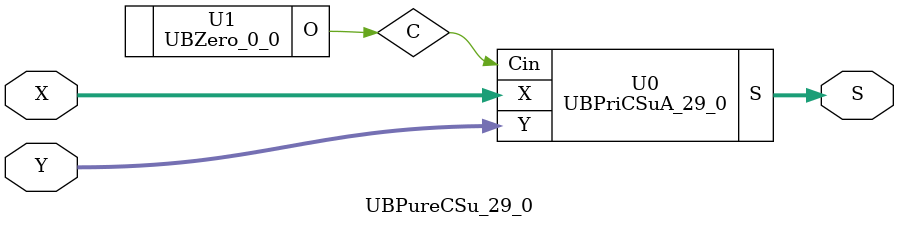
<source format=v>
/*----------------------------------------------------------------------------
  Copyright (c) 2021 Homma laboratory. All rights reserved.

  Top module: UBCSu_29_0_29_0

  Operand-1 length: 30
  Operand-2 length: 30
  Two-operand addition algorithm: Conditional sum adder
----------------------------------------------------------------------------*/

module UBFA_0(C, S, X, Y, Z);
  output C;
  output S;
  input X;
  input Y;
  input Z;
  assign C = ( X & Y ) | ( Y & Z ) | ( Z & X );
  assign S = X ^ Y ^ Z;
endmodule

module UBHCSuB_0_0(C, S, X, Y, Ci);
  output C;
  output S;
  input Ci;
  input X;
  input Y;
  UBFA_0 U0 (C, S, X, Y, Ci);
endmodule

module UBZero_1_1(O);
  output [1:1] O;
  assign O[1] = 0;
endmodule

module UBOne_1(O);
  output O;
  assign O = 1;
endmodule

module UBFA_1(C, S, X, Y, Z);
  output C;
  output S;
  input X;
  input Y;
  input Z;
  assign C = ( X & Y ) | ( Y & Z ) | ( Z & X );
  assign S = X ^ Y ^ Z;
endmodule

module UBCSuB_1_1(C_0, C_1, S_0, S_1, X, Y);
  output C_0;
  output C_1;
  output S_0;
  output S_1;
  input X;
  input Y;
  wire Ci_0;
  wire Ci_1;
  wire Co_0;
  wire Co_1;
  assign C_0 = ( Co_0 & ( ~ Ci_0 ) ) | ( Co_1 & Ci_0 );
  assign C_1 = ( Co_0 & ( ~ Ci_1 ) ) | ( Co_1 & Ci_1 );
  UBZero_1_1 U0 (Ci_0);
  UBOne_1 U1 (Ci_1);
  UBFA_1 U2 (Co_0, S_0, X, Y, Ci_0);
  UBFA_1 U3 (Co_1, S_1, X, Y, Ci_1);
endmodule

module UBHCSuB_1_0(C, S, X, Y, Ci);
  output C;
  output [1:0] S;
  input Ci;
  input [1:0] X;
  input [1:0] Y;
  wire C_0;
  wire C_1;
  wire Co;
  wire S_0;
  wire S_1;
  assign S[1] = ( S_0 & ( ~ Co ) ) | ( S_1 & Co );
  assign C = ( C_0 & ( ~ Co ) ) | ( C_1 & Co );
  UBHCSuB_0_0 U0 (Co, S[0], X[0], Y[0], Ci);
  UBCSuB_1_1 U1 (C_0, C_1, S_0, S_1, X[1], Y[1]);
endmodule

module UBZero_2_2(O);
  output [2:2] O;
  assign O[2] = 0;
endmodule

module UBOne_2(O);
  output O;
  assign O = 1;
endmodule

module UBFA_2(C, S, X, Y, Z);
  output C;
  output S;
  input X;
  input Y;
  input Z;
  assign C = ( X & Y ) | ( Y & Z ) | ( Z & X );
  assign S = X ^ Y ^ Z;
endmodule

module UBCSuB_2_2(C_0, C_1, S_0, S_1, X, Y);
  output C_0;
  output C_1;
  output S_0;
  output S_1;
  input X;
  input Y;
  wire Ci_0;
  wire Ci_1;
  wire Co_0;
  wire Co_1;
  assign C_0 = ( Co_0 & ( ~ Ci_0 ) ) | ( Co_1 & Ci_0 );
  assign C_1 = ( Co_0 & ( ~ Ci_1 ) ) | ( Co_1 & Ci_1 );
  UBZero_2_2 U0 (Ci_0);
  UBOne_2 U1 (Ci_1);
  UBFA_2 U2 (Co_0, S_0, X, Y, Ci_0);
  UBFA_2 U3 (Co_1, S_1, X, Y, Ci_1);
endmodule

module UBZero_3_3(O);
  output [3:3] O;
  assign O[3] = 0;
endmodule

module UBOne_3(O);
  output O;
  assign O = 1;
endmodule

module UBFA_3(C, S, X, Y, Z);
  output C;
  output S;
  input X;
  input Y;
  input Z;
  assign C = ( X & Y ) | ( Y & Z ) | ( Z & X );
  assign S = X ^ Y ^ Z;
endmodule

module UBCSuB_3_3(C_0, C_1, S_0, S_1, X, Y);
  output C_0;
  output C_1;
  output S_0;
  output S_1;
  input X;
  input Y;
  wire Ci_0;
  wire Ci_1;
  wire Co_0;
  wire Co_1;
  assign C_0 = ( Co_0 & ( ~ Ci_0 ) ) | ( Co_1 & Ci_0 );
  assign C_1 = ( Co_0 & ( ~ Ci_1 ) ) | ( Co_1 & Ci_1 );
  UBZero_3_3 U0 (Ci_0);
  UBOne_3 U1 (Ci_1);
  UBFA_3 U2 (Co_0, S_0, X, Y, Ci_0);
  UBFA_3 U3 (Co_1, S_1, X, Y, Ci_1);
endmodule

module UBCSuB_3_2(C_0, C_1, S_0, S_1, X, Y);
  output C_0;
  output C_1;
  output [3:2] S_0;
  output [3:2] S_1;
  input [3:2] X;
  input [3:2] Y;
  wire Ci_0;
  wire Ci_1;
  wire Co_0;
  wire Co_1;
  wire So_0;
  wire So_1;
  assign S_0[3] = ( So_0 & ( ~ Ci_0 ) ) | ( So_1 & Ci_0 );
  assign C_0 = ( Co_0 & ( ~ Ci_0 ) ) | ( Co_1 & Ci_0 );
  assign S_1[3] = ( So_0 & ( ~ Ci_1 ) ) | ( So_1 & Ci_1 );
  assign C_1 = ( Co_0 & ( ~ Ci_1 ) ) | ( Co_1 & Ci_1 );
  UBCSuB_2_2 U0 (Ci_0, Ci_1, S_0[2], S_1[2], X[2], Y[2]);
  UBCSuB_3_3 U1 (Co_0, Co_1, So_0, So_1, X[3], Y[3]);
endmodule

module UBHCSuB_3_0(C, S, X, Y, Ci);
  output C;
  output [3:0] S;
  input Ci;
  input [3:0] X;
  input [3:0] Y;
  wire C_0;
  wire C_1;
  wire Co;
  wire [3:2] S_0;
  wire [3:2] S_1;
  assign S[2] = ( S_0[2] & ( ~ Co ) ) | ( S_1[2] & Co );
  assign S[3] = ( S_0[3] & ( ~ Co ) ) | ( S_1[3] & Co );
  assign C = ( C_0 & ( ~ Co ) ) | ( C_1 & Co );
  UBHCSuB_1_0 U0 (Co, S[1:0], X[1:0], Y[1:0], Ci);
  UBCSuB_3_2 U1 (C_0, C_1, S_0, S_1, X[3:2], Y[3:2]);
endmodule

module UBZero_4_4(O);
  output [4:4] O;
  assign O[4] = 0;
endmodule

module UBOne_4(O);
  output O;
  assign O = 1;
endmodule

module UBFA_4(C, S, X, Y, Z);
  output C;
  output S;
  input X;
  input Y;
  input Z;
  assign C = ( X & Y ) | ( Y & Z ) | ( Z & X );
  assign S = X ^ Y ^ Z;
endmodule

module UBCSuB_4_4(C_0, C_1, S_0, S_1, X, Y);
  output C_0;
  output C_1;
  output S_0;
  output S_1;
  input X;
  input Y;
  wire Ci_0;
  wire Ci_1;
  wire Co_0;
  wire Co_1;
  assign C_0 = ( Co_0 & ( ~ Ci_0 ) ) | ( Co_1 & Ci_0 );
  assign C_1 = ( Co_0 & ( ~ Ci_1 ) ) | ( Co_1 & Ci_1 );
  UBZero_4_4 U0 (Ci_0);
  UBOne_4 U1 (Ci_1);
  UBFA_4 U2 (Co_0, S_0, X, Y, Ci_0);
  UBFA_4 U3 (Co_1, S_1, X, Y, Ci_1);
endmodule

module UBZero_5_5(O);
  output [5:5] O;
  assign O[5] = 0;
endmodule

module UBOne_5(O);
  output O;
  assign O = 1;
endmodule

module UBFA_5(C, S, X, Y, Z);
  output C;
  output S;
  input X;
  input Y;
  input Z;
  assign C = ( X & Y ) | ( Y & Z ) | ( Z & X );
  assign S = X ^ Y ^ Z;
endmodule

module UBCSuB_5_5(C_0, C_1, S_0, S_1, X, Y);
  output C_0;
  output C_1;
  output S_0;
  output S_1;
  input X;
  input Y;
  wire Ci_0;
  wire Ci_1;
  wire Co_0;
  wire Co_1;
  assign C_0 = ( Co_0 & ( ~ Ci_0 ) ) | ( Co_1 & Ci_0 );
  assign C_1 = ( Co_0 & ( ~ Ci_1 ) ) | ( Co_1 & Ci_1 );
  UBZero_5_5 U0 (Ci_0);
  UBOne_5 U1 (Ci_1);
  UBFA_5 U2 (Co_0, S_0, X, Y, Ci_0);
  UBFA_5 U3 (Co_1, S_1, X, Y, Ci_1);
endmodule

module UBCSuB_5_4(C_0, C_1, S_0, S_1, X, Y);
  output C_0;
  output C_1;
  output [5:4] S_0;
  output [5:4] S_1;
  input [5:4] X;
  input [5:4] Y;
  wire Ci_0;
  wire Ci_1;
  wire Co_0;
  wire Co_1;
  wire So_0;
  wire So_1;
  assign S_0[5] = ( So_0 & ( ~ Ci_0 ) ) | ( So_1 & Ci_0 );
  assign C_0 = ( Co_0 & ( ~ Ci_0 ) ) | ( Co_1 & Ci_0 );
  assign S_1[5] = ( So_0 & ( ~ Ci_1 ) ) | ( So_1 & Ci_1 );
  assign C_1 = ( Co_0 & ( ~ Ci_1 ) ) | ( Co_1 & Ci_1 );
  UBCSuB_4_4 U0 (Ci_0, Ci_1, S_0[4], S_1[4], X[4], Y[4]);
  UBCSuB_5_5 U1 (Co_0, Co_1, So_0, So_1, X[5], Y[5]);
endmodule

module UBZero_6_6(O);
  output [6:6] O;
  assign O[6] = 0;
endmodule

module UBOne_6(O);
  output O;
  assign O = 1;
endmodule

module UBFA_6(C, S, X, Y, Z);
  output C;
  output S;
  input X;
  input Y;
  input Z;
  assign C = ( X & Y ) | ( Y & Z ) | ( Z & X );
  assign S = X ^ Y ^ Z;
endmodule

module UBCSuB_6_6(C_0, C_1, S_0, S_1, X, Y);
  output C_0;
  output C_1;
  output S_0;
  output S_1;
  input X;
  input Y;
  wire Ci_0;
  wire Ci_1;
  wire Co_0;
  wire Co_1;
  assign C_0 = ( Co_0 & ( ~ Ci_0 ) ) | ( Co_1 & Ci_0 );
  assign C_1 = ( Co_0 & ( ~ Ci_1 ) ) | ( Co_1 & Ci_1 );
  UBZero_6_6 U0 (Ci_0);
  UBOne_6 U1 (Ci_1);
  UBFA_6 U2 (Co_0, S_0, X, Y, Ci_0);
  UBFA_6 U3 (Co_1, S_1, X, Y, Ci_1);
endmodule

module UBZero_7_7(O);
  output [7:7] O;
  assign O[7] = 0;
endmodule

module UBOne_7(O);
  output O;
  assign O = 1;
endmodule

module UBFA_7(C, S, X, Y, Z);
  output C;
  output S;
  input X;
  input Y;
  input Z;
  assign C = ( X & Y ) | ( Y & Z ) | ( Z & X );
  assign S = X ^ Y ^ Z;
endmodule

module UBCSuB_7_7(C_0, C_1, S_0, S_1, X, Y);
  output C_0;
  output C_1;
  output S_0;
  output S_1;
  input X;
  input Y;
  wire Ci_0;
  wire Ci_1;
  wire Co_0;
  wire Co_1;
  assign C_0 = ( Co_0 & ( ~ Ci_0 ) ) | ( Co_1 & Ci_0 );
  assign C_1 = ( Co_0 & ( ~ Ci_1 ) ) | ( Co_1 & Ci_1 );
  UBZero_7_7 U0 (Ci_0);
  UBOne_7 U1 (Ci_1);
  UBFA_7 U2 (Co_0, S_0, X, Y, Ci_0);
  UBFA_7 U3 (Co_1, S_1, X, Y, Ci_1);
endmodule

module UBCSuB_7_6(C_0, C_1, S_0, S_1, X, Y);
  output C_0;
  output C_1;
  output [7:6] S_0;
  output [7:6] S_1;
  input [7:6] X;
  input [7:6] Y;
  wire Ci_0;
  wire Ci_1;
  wire Co_0;
  wire Co_1;
  wire So_0;
  wire So_1;
  assign S_0[7] = ( So_0 & ( ~ Ci_0 ) ) | ( So_1 & Ci_0 );
  assign C_0 = ( Co_0 & ( ~ Ci_0 ) ) | ( Co_1 & Ci_0 );
  assign S_1[7] = ( So_0 & ( ~ Ci_1 ) ) | ( So_1 & Ci_1 );
  assign C_1 = ( Co_0 & ( ~ Ci_1 ) ) | ( Co_1 & Ci_1 );
  UBCSuB_6_6 U0 (Ci_0, Ci_1, S_0[6], S_1[6], X[6], Y[6]);
  UBCSuB_7_7 U1 (Co_0, Co_1, So_0, So_1, X[7], Y[7]);
endmodule

module UBCSuB_7_4(C_0, C_1, S_0, S_1, X, Y);
  output C_0;
  output C_1;
  output [7:4] S_0;
  output [7:4] S_1;
  input [7:4] X;
  input [7:4] Y;
  wire Ci_0;
  wire Ci_1;
  wire Co_0;
  wire Co_1;
  wire [7:6] So_0;
  wire [7:6] So_1;
  assign S_0[6] = ( So_0[6] & ( ~ Ci_0 ) ) | ( So_1[6] & Ci_0 );
  assign S_0[7] = ( So_0[7] & ( ~ Ci_0 ) ) | ( So_1[7] & Ci_0 );
  assign C_0 = ( Co_0 & ( ~ Ci_0 ) ) | ( Co_1 & Ci_0 );
  assign S_1[6] = ( So_0[6] & ( ~ Ci_1 ) ) | ( So_1[6] & Ci_1 );
  assign S_1[7] = ( So_0[7] & ( ~ Ci_1 ) ) | ( So_1[7] & Ci_1 );
  assign C_1 = ( Co_0 & ( ~ Ci_1 ) ) | ( Co_1 & Ci_1 );
  UBCSuB_5_4 U0 (Ci_0, Ci_1, S_0[5:4], S_1[5:4], X[5:4], Y[5:4]);
  UBCSuB_7_6 U1 (Co_0, Co_1, So_0, So_1, X[7:6], Y[7:6]);
endmodule

module UBHCSuB_7_0(C, S, X, Y, Ci);
  output C;
  output [7:0] S;
  input Ci;
  input [7:0] X;
  input [7:0] Y;
  wire C_0;
  wire C_1;
  wire Co;
  wire [7:4] S_0;
  wire [7:4] S_1;
  assign S[4] = ( S_0[4] & ( ~ Co ) ) | ( S_1[4] & Co );
  assign S[5] = ( S_0[5] & ( ~ Co ) ) | ( S_1[5] & Co );
  assign S[6] = ( S_0[6] & ( ~ Co ) ) | ( S_1[6] & Co );
  assign S[7] = ( S_0[7] & ( ~ Co ) ) | ( S_1[7] & Co );
  assign C = ( C_0 & ( ~ Co ) ) | ( C_1 & Co );
  UBHCSuB_3_0 U0 (Co, S[3:0], X[3:0], Y[3:0], Ci);
  UBCSuB_7_4 U1 (C_0, C_1, S_0, S_1, X[7:4], Y[7:4]);
endmodule

module UBZero_8_8(O);
  output [8:8] O;
  assign O[8] = 0;
endmodule

module UBOne_8(O);
  output O;
  assign O = 1;
endmodule

module UBFA_8(C, S, X, Y, Z);
  output C;
  output S;
  input X;
  input Y;
  input Z;
  assign C = ( X & Y ) | ( Y & Z ) | ( Z & X );
  assign S = X ^ Y ^ Z;
endmodule

module UBCSuB_8_8(C_0, C_1, S_0, S_1, X, Y);
  output C_0;
  output C_1;
  output S_0;
  output S_1;
  input X;
  input Y;
  wire Ci_0;
  wire Ci_1;
  wire Co_0;
  wire Co_1;
  assign C_0 = ( Co_0 & ( ~ Ci_0 ) ) | ( Co_1 & Ci_0 );
  assign C_1 = ( Co_0 & ( ~ Ci_1 ) ) | ( Co_1 & Ci_1 );
  UBZero_8_8 U0 (Ci_0);
  UBOne_8 U1 (Ci_1);
  UBFA_8 U2 (Co_0, S_0, X, Y, Ci_0);
  UBFA_8 U3 (Co_1, S_1, X, Y, Ci_1);
endmodule

module UBZero_9_9(O);
  output [9:9] O;
  assign O[9] = 0;
endmodule

module UBOne_9(O);
  output O;
  assign O = 1;
endmodule

module UBFA_9(C, S, X, Y, Z);
  output C;
  output S;
  input X;
  input Y;
  input Z;
  assign C = ( X & Y ) | ( Y & Z ) | ( Z & X );
  assign S = X ^ Y ^ Z;
endmodule

module UBCSuB_9_9(C_0, C_1, S_0, S_1, X, Y);
  output C_0;
  output C_1;
  output S_0;
  output S_1;
  input X;
  input Y;
  wire Ci_0;
  wire Ci_1;
  wire Co_0;
  wire Co_1;
  assign C_0 = ( Co_0 & ( ~ Ci_0 ) ) | ( Co_1 & Ci_0 );
  assign C_1 = ( Co_0 & ( ~ Ci_1 ) ) | ( Co_1 & Ci_1 );
  UBZero_9_9 U0 (Ci_0);
  UBOne_9 U1 (Ci_1);
  UBFA_9 U2 (Co_0, S_0, X, Y, Ci_0);
  UBFA_9 U3 (Co_1, S_1, X, Y, Ci_1);
endmodule

module UBCSuB_9_8(C_0, C_1, S_0, S_1, X, Y);
  output C_0;
  output C_1;
  output [9:8] S_0;
  output [9:8] S_1;
  input [9:8] X;
  input [9:8] Y;
  wire Ci_0;
  wire Ci_1;
  wire Co_0;
  wire Co_1;
  wire So_0;
  wire So_1;
  assign S_0[9] = ( So_0 & ( ~ Ci_0 ) ) | ( So_1 & Ci_0 );
  assign C_0 = ( Co_0 & ( ~ Ci_0 ) ) | ( Co_1 & Ci_0 );
  assign S_1[9] = ( So_0 & ( ~ Ci_1 ) ) | ( So_1 & Ci_1 );
  assign C_1 = ( Co_0 & ( ~ Ci_1 ) ) | ( Co_1 & Ci_1 );
  UBCSuB_8_8 U0 (Ci_0, Ci_1, S_0[8], S_1[8], X[8], Y[8]);
  UBCSuB_9_9 U1 (Co_0, Co_1, So_0, So_1, X[9], Y[9]);
endmodule

module UBZero_10_10(O);
  output [10:10] O;
  assign O[10] = 0;
endmodule

module UBOne_10(O);
  output O;
  assign O = 1;
endmodule

module UBFA_10(C, S, X, Y, Z);
  output C;
  output S;
  input X;
  input Y;
  input Z;
  assign C = ( X & Y ) | ( Y & Z ) | ( Z & X );
  assign S = X ^ Y ^ Z;
endmodule

module UBCSuB_10_10(C_0, C_1, S_0, S_1, X, Y);
  output C_0;
  output C_1;
  output S_0;
  output S_1;
  input X;
  input Y;
  wire Ci_0;
  wire Ci_1;
  wire Co_0;
  wire Co_1;
  assign C_0 = ( Co_0 & ( ~ Ci_0 ) ) | ( Co_1 & Ci_0 );
  assign C_1 = ( Co_0 & ( ~ Ci_1 ) ) | ( Co_1 & Ci_1 );
  UBZero_10_10 U0 (Ci_0);
  UBOne_10 U1 (Ci_1);
  UBFA_10 U2 (Co_0, S_0, X, Y, Ci_0);
  UBFA_10 U3 (Co_1, S_1, X, Y, Ci_1);
endmodule

module UBZero_11_11(O);
  output [11:11] O;
  assign O[11] = 0;
endmodule

module UBOne_11(O);
  output O;
  assign O = 1;
endmodule

module UBFA_11(C, S, X, Y, Z);
  output C;
  output S;
  input X;
  input Y;
  input Z;
  assign C = ( X & Y ) | ( Y & Z ) | ( Z & X );
  assign S = X ^ Y ^ Z;
endmodule

module UBCSuB_11_11(C_0, C_1, S_0, S_1, X, Y);
  output C_0;
  output C_1;
  output S_0;
  output S_1;
  input X;
  input Y;
  wire Ci_0;
  wire Ci_1;
  wire Co_0;
  wire Co_1;
  assign C_0 = ( Co_0 & ( ~ Ci_0 ) ) | ( Co_1 & Ci_0 );
  assign C_1 = ( Co_0 & ( ~ Ci_1 ) ) | ( Co_1 & Ci_1 );
  UBZero_11_11 U0 (Ci_0);
  UBOne_11 U1 (Ci_1);
  UBFA_11 U2 (Co_0, S_0, X, Y, Ci_0);
  UBFA_11 U3 (Co_1, S_1, X, Y, Ci_1);
endmodule

module UBCSuB_11_10(C_0, C_1, S_0, S_1, X, Y);
  output C_0;
  output C_1;
  output [11:10] S_0;
  output [11:10] S_1;
  input [11:10] X;
  input [11:10] Y;
  wire Ci_0;
  wire Ci_1;
  wire Co_0;
  wire Co_1;
  wire So_0;
  wire So_1;
  assign S_0[11] = ( So_0 & ( ~ Ci_0 ) ) | ( So_1 & Ci_0 );
  assign C_0 = ( Co_0 & ( ~ Ci_0 ) ) | ( Co_1 & Ci_0 );
  assign S_1[11] = ( So_0 & ( ~ Ci_1 ) ) | ( So_1 & Ci_1 );
  assign C_1 = ( Co_0 & ( ~ Ci_1 ) ) | ( Co_1 & Ci_1 );
  UBCSuB_10_10 U0 (Ci_0, Ci_1, S_0[10], S_1[10], X[10], Y[10]);
  UBCSuB_11_11 U1 (Co_0, Co_1, So_0, So_1, X[11], Y[11]);
endmodule

module UBCSuB_11_8(C_0, C_1, S_0, S_1, X, Y);
  output C_0;
  output C_1;
  output [11:8] S_0;
  output [11:8] S_1;
  input [11:8] X;
  input [11:8] Y;
  wire Ci_0;
  wire Ci_1;
  wire Co_0;
  wire Co_1;
  wire [11:10] So_0;
  wire [11:10] So_1;
  assign S_0[10] = ( So_0[10] & ( ~ Ci_0 ) ) | ( So_1[10] & Ci_0 );
  assign S_0[11] = ( So_0[11] & ( ~ Ci_0 ) ) | ( So_1[11] & Ci_0 );
  assign C_0 = ( Co_0 & ( ~ Ci_0 ) ) | ( Co_1 & Ci_0 );
  assign S_1[10] = ( So_0[10] & ( ~ Ci_1 ) ) | ( So_1[10] & Ci_1 );
  assign S_1[11] = ( So_0[11] & ( ~ Ci_1 ) ) | ( So_1[11] & Ci_1 );
  assign C_1 = ( Co_0 & ( ~ Ci_1 ) ) | ( Co_1 & Ci_1 );
  UBCSuB_9_8 U0 (Ci_0, Ci_1, S_0[9:8], S_1[9:8], X[9:8], Y[9:8]);
  UBCSuB_11_10 U1 (Co_0, Co_1, So_0, So_1, X[11:10], Y[11:10]);
endmodule

module UBZero_12_12(O);
  output [12:12] O;
  assign O[12] = 0;
endmodule

module UBOne_12(O);
  output O;
  assign O = 1;
endmodule

module UBFA_12(C, S, X, Y, Z);
  output C;
  output S;
  input X;
  input Y;
  input Z;
  assign C = ( X & Y ) | ( Y & Z ) | ( Z & X );
  assign S = X ^ Y ^ Z;
endmodule

module UBCSuB_12_12(C_0, C_1, S_0, S_1, X, Y);
  output C_0;
  output C_1;
  output S_0;
  output S_1;
  input X;
  input Y;
  wire Ci_0;
  wire Ci_1;
  wire Co_0;
  wire Co_1;
  assign C_0 = ( Co_0 & ( ~ Ci_0 ) ) | ( Co_1 & Ci_0 );
  assign C_1 = ( Co_0 & ( ~ Ci_1 ) ) | ( Co_1 & Ci_1 );
  UBZero_12_12 U0 (Ci_0);
  UBOne_12 U1 (Ci_1);
  UBFA_12 U2 (Co_0, S_0, X, Y, Ci_0);
  UBFA_12 U3 (Co_1, S_1, X, Y, Ci_1);
endmodule

module UBZero_13_13(O);
  output [13:13] O;
  assign O[13] = 0;
endmodule

module UBOne_13(O);
  output O;
  assign O = 1;
endmodule

module UBFA_13(C, S, X, Y, Z);
  output C;
  output S;
  input X;
  input Y;
  input Z;
  assign C = ( X & Y ) | ( Y & Z ) | ( Z & X );
  assign S = X ^ Y ^ Z;
endmodule

module UBCSuB_13_13(C_0, C_1, S_0, S_1, X, Y);
  output C_0;
  output C_1;
  output S_0;
  output S_1;
  input X;
  input Y;
  wire Ci_0;
  wire Ci_1;
  wire Co_0;
  wire Co_1;
  assign C_0 = ( Co_0 & ( ~ Ci_0 ) ) | ( Co_1 & Ci_0 );
  assign C_1 = ( Co_0 & ( ~ Ci_1 ) ) | ( Co_1 & Ci_1 );
  UBZero_13_13 U0 (Ci_0);
  UBOne_13 U1 (Ci_1);
  UBFA_13 U2 (Co_0, S_0, X, Y, Ci_0);
  UBFA_13 U3 (Co_1, S_1, X, Y, Ci_1);
endmodule

module UBCSuB_13_12(C_0, C_1, S_0, S_1, X, Y);
  output C_0;
  output C_1;
  output [13:12] S_0;
  output [13:12] S_1;
  input [13:12] X;
  input [13:12] Y;
  wire Ci_0;
  wire Ci_1;
  wire Co_0;
  wire Co_1;
  wire So_0;
  wire So_1;
  assign S_0[13] = ( So_0 & ( ~ Ci_0 ) ) | ( So_1 & Ci_0 );
  assign C_0 = ( Co_0 & ( ~ Ci_0 ) ) | ( Co_1 & Ci_0 );
  assign S_1[13] = ( So_0 & ( ~ Ci_1 ) ) | ( So_1 & Ci_1 );
  assign C_1 = ( Co_0 & ( ~ Ci_1 ) ) | ( Co_1 & Ci_1 );
  UBCSuB_12_12 U0 (Ci_0, Ci_1, S_0[12], S_1[12], X[12], Y[12]);
  UBCSuB_13_13 U1 (Co_0, Co_1, So_0, So_1, X[13], Y[13]);
endmodule

module UBZero_14_14(O);
  output [14:14] O;
  assign O[14] = 0;
endmodule

module UBOne_14(O);
  output O;
  assign O = 1;
endmodule

module UBFA_14(C, S, X, Y, Z);
  output C;
  output S;
  input X;
  input Y;
  input Z;
  assign C = ( X & Y ) | ( Y & Z ) | ( Z & X );
  assign S = X ^ Y ^ Z;
endmodule

module UBCSuB_14_14(C_0, C_1, S_0, S_1, X, Y);
  output C_0;
  output C_1;
  output S_0;
  output S_1;
  input X;
  input Y;
  wire Ci_0;
  wire Ci_1;
  wire Co_0;
  wire Co_1;
  assign C_0 = ( Co_0 & ( ~ Ci_0 ) ) | ( Co_1 & Ci_0 );
  assign C_1 = ( Co_0 & ( ~ Ci_1 ) ) | ( Co_1 & Ci_1 );
  UBZero_14_14 U0 (Ci_0);
  UBOne_14 U1 (Ci_1);
  UBFA_14 U2 (Co_0, S_0, X, Y, Ci_0);
  UBFA_14 U3 (Co_1, S_1, X, Y, Ci_1);
endmodule

module UBCSuB_14_12(C_0, C_1, S_0, S_1, X, Y);
  output C_0;
  output C_1;
  output [14:12] S_0;
  output [14:12] S_1;
  input [14:12] X;
  input [14:12] Y;
  wire Ci_0;
  wire Ci_1;
  wire Co_0;
  wire Co_1;
  wire [14:14] So_0;
  wire [14:14] So_1;
  assign S_0[14] = ( So_0 & ( ~ Ci_0 ) ) | ( So_1 & Ci_0 );
  assign C_0 = ( Co_0 & ( ~ Ci_0 ) ) | ( Co_1 & Ci_0 );
  assign S_1[14] = ( So_0 & ( ~ Ci_1 ) ) | ( So_1 & Ci_1 );
  assign C_1 = ( Co_0 & ( ~ Ci_1 ) ) | ( Co_1 & Ci_1 );
  UBCSuB_13_12 U0 (Ci_0, Ci_1, S_0[13:12], S_1[13:12], X[13:12], Y[13:12]);
  UBCSuB_14_14 U1 (Co_0, Co_1, So_0, So_1, X[14], Y[14]);
endmodule

module UBCSuB_14_8(C_0, C_1, S_0, S_1, X, Y);
  output C_0;
  output C_1;
  output [14:8] S_0;
  output [14:8] S_1;
  input [14:8] X;
  input [14:8] Y;
  wire Ci_0;
  wire Ci_1;
  wire Co_0;
  wire Co_1;
  wire [14:12] So_0;
  wire [14:12] So_1;
  assign S_0[12] = ( So_0[12] & ( ~ Ci_0 ) ) | ( So_1[12] & Ci_0 );
  assign S_0[13] = ( So_0[13] & ( ~ Ci_0 ) ) | ( So_1[13] & Ci_0 );
  assign S_0[14] = ( So_0[14] & ( ~ Ci_0 ) ) | ( So_1[14] & Ci_0 );
  assign C_0 = ( Co_0 & ( ~ Ci_0 ) ) | ( Co_1 & Ci_0 );
  assign S_1[12] = ( So_0[12] & ( ~ Ci_1 ) ) | ( So_1[12] & Ci_1 );
  assign S_1[13] = ( So_0[13] & ( ~ Ci_1 ) ) | ( So_1[13] & Ci_1 );
  assign S_1[14] = ( So_0[14] & ( ~ Ci_1 ) ) | ( So_1[14] & Ci_1 );
  assign C_1 = ( Co_0 & ( ~ Ci_1 ) ) | ( Co_1 & Ci_1 );
  UBCSuB_11_8 U0 (Ci_0, Ci_1, S_0[11:8], S_1[11:8], X[11:8], Y[11:8]);
  UBCSuB_14_12 U1 (Co_0, Co_1, So_0, So_1, X[14:12], Y[14:12]);
endmodule

module UBHCSuB_14_0(C, S, X, Y, Ci);
  output C;
  output [14:0] S;
  input Ci;
  input [14:0] X;
  input [14:0] Y;
  wire C_0;
  wire C_1;
  wire Co;
  wire [14:8] S_0;
  wire [14:8] S_1;
  assign S[8] = ( S_0[8] & ( ~ Co ) ) | ( S_1[8] & Co );
  assign S[9] = ( S_0[9] & ( ~ Co ) ) | ( S_1[9] & Co );
  assign S[10] = ( S_0[10] & ( ~ Co ) ) | ( S_1[10] & Co );
  assign S[11] = ( S_0[11] & ( ~ Co ) ) | ( S_1[11] & Co );
  assign S[12] = ( S_0[12] & ( ~ Co ) ) | ( S_1[12] & Co );
  assign S[13] = ( S_0[13] & ( ~ Co ) ) | ( S_1[13] & Co );
  assign S[14] = ( S_0[14] & ( ~ Co ) ) | ( S_1[14] & Co );
  assign C = ( C_0 & ( ~ Co ) ) | ( C_1 & Co );
  UBHCSuB_7_0 U0 (Co, S[7:0], X[7:0], Y[7:0], Ci);
  UBCSuB_14_8 U1 (C_0, C_1, S_0, S_1, X[14:8], Y[14:8]);
endmodule

module UBZero_15_15(O);
  output [15:15] O;
  assign O[15] = 0;
endmodule

module UBOne_15(O);
  output O;
  assign O = 1;
endmodule

module UBFA_15(C, S, X, Y, Z);
  output C;
  output S;
  input X;
  input Y;
  input Z;
  assign C = ( X & Y ) | ( Y & Z ) | ( Z & X );
  assign S = X ^ Y ^ Z;
endmodule

module UBCSuB_15_15(C_0, C_1, S_0, S_1, X, Y);
  output C_0;
  output C_1;
  output S_0;
  output S_1;
  input X;
  input Y;
  wire Ci_0;
  wire Ci_1;
  wire Co_0;
  wire Co_1;
  assign C_0 = ( Co_0 & ( ~ Ci_0 ) ) | ( Co_1 & Ci_0 );
  assign C_1 = ( Co_0 & ( ~ Ci_1 ) ) | ( Co_1 & Ci_1 );
  UBZero_15_15 U0 (Ci_0);
  UBOne_15 U1 (Ci_1);
  UBFA_15 U2 (Co_0, S_0, X, Y, Ci_0);
  UBFA_15 U3 (Co_1, S_1, X, Y, Ci_1);
endmodule

module UBZero_16_16(O);
  output [16:16] O;
  assign O[16] = 0;
endmodule

module UBOne_16(O);
  output O;
  assign O = 1;
endmodule

module UBFA_16(C, S, X, Y, Z);
  output C;
  output S;
  input X;
  input Y;
  input Z;
  assign C = ( X & Y ) | ( Y & Z ) | ( Z & X );
  assign S = X ^ Y ^ Z;
endmodule

module UBCSuB_16_16(C_0, C_1, S_0, S_1, X, Y);
  output C_0;
  output C_1;
  output S_0;
  output S_1;
  input X;
  input Y;
  wire Ci_0;
  wire Ci_1;
  wire Co_0;
  wire Co_1;
  assign C_0 = ( Co_0 & ( ~ Ci_0 ) ) | ( Co_1 & Ci_0 );
  assign C_1 = ( Co_0 & ( ~ Ci_1 ) ) | ( Co_1 & Ci_1 );
  UBZero_16_16 U0 (Ci_0);
  UBOne_16 U1 (Ci_1);
  UBFA_16 U2 (Co_0, S_0, X, Y, Ci_0);
  UBFA_16 U3 (Co_1, S_1, X, Y, Ci_1);
endmodule

module UBCSuB_16_15(C_0, C_1, S_0, S_1, X, Y);
  output C_0;
  output C_1;
  output [16:15] S_0;
  output [16:15] S_1;
  input [16:15] X;
  input [16:15] Y;
  wire Ci_0;
  wire Ci_1;
  wire Co_0;
  wire Co_1;
  wire So_0;
  wire So_1;
  assign S_0[16] = ( So_0 & ( ~ Ci_0 ) ) | ( So_1 & Ci_0 );
  assign C_0 = ( Co_0 & ( ~ Ci_0 ) ) | ( Co_1 & Ci_0 );
  assign S_1[16] = ( So_0 & ( ~ Ci_1 ) ) | ( So_1 & Ci_1 );
  assign C_1 = ( Co_0 & ( ~ Ci_1 ) ) | ( Co_1 & Ci_1 );
  UBCSuB_15_15 U0 (Ci_0, Ci_1, S_0[15], S_1[15], X[15], Y[15]);
  UBCSuB_16_16 U1 (Co_0, Co_1, So_0, So_1, X[16], Y[16]);
endmodule

module UBZero_17_17(O);
  output [17:17] O;
  assign O[17] = 0;
endmodule

module UBOne_17(O);
  output O;
  assign O = 1;
endmodule

module UBFA_17(C, S, X, Y, Z);
  output C;
  output S;
  input X;
  input Y;
  input Z;
  assign C = ( X & Y ) | ( Y & Z ) | ( Z & X );
  assign S = X ^ Y ^ Z;
endmodule

module UBCSuB_17_17(C_0, C_1, S_0, S_1, X, Y);
  output C_0;
  output C_1;
  output S_0;
  output S_1;
  input X;
  input Y;
  wire Ci_0;
  wire Ci_1;
  wire Co_0;
  wire Co_1;
  assign C_0 = ( Co_0 & ( ~ Ci_0 ) ) | ( Co_1 & Ci_0 );
  assign C_1 = ( Co_0 & ( ~ Ci_1 ) ) | ( Co_1 & Ci_1 );
  UBZero_17_17 U0 (Ci_0);
  UBOne_17 U1 (Ci_1);
  UBFA_17 U2 (Co_0, S_0, X, Y, Ci_0);
  UBFA_17 U3 (Co_1, S_1, X, Y, Ci_1);
endmodule

module UBZero_18_18(O);
  output [18:18] O;
  assign O[18] = 0;
endmodule

module UBOne_18(O);
  output O;
  assign O = 1;
endmodule

module UBFA_18(C, S, X, Y, Z);
  output C;
  output S;
  input X;
  input Y;
  input Z;
  assign C = ( X & Y ) | ( Y & Z ) | ( Z & X );
  assign S = X ^ Y ^ Z;
endmodule

module UBCSuB_18_18(C_0, C_1, S_0, S_1, X, Y);
  output C_0;
  output C_1;
  output S_0;
  output S_1;
  input X;
  input Y;
  wire Ci_0;
  wire Ci_1;
  wire Co_0;
  wire Co_1;
  assign C_0 = ( Co_0 & ( ~ Ci_0 ) ) | ( Co_1 & Ci_0 );
  assign C_1 = ( Co_0 & ( ~ Ci_1 ) ) | ( Co_1 & Ci_1 );
  UBZero_18_18 U0 (Ci_0);
  UBOne_18 U1 (Ci_1);
  UBFA_18 U2 (Co_0, S_0, X, Y, Ci_0);
  UBFA_18 U3 (Co_1, S_1, X, Y, Ci_1);
endmodule

module UBCSuB_18_17(C_0, C_1, S_0, S_1, X, Y);
  output C_0;
  output C_1;
  output [18:17] S_0;
  output [18:17] S_1;
  input [18:17] X;
  input [18:17] Y;
  wire Ci_0;
  wire Ci_1;
  wire Co_0;
  wire Co_1;
  wire So_0;
  wire So_1;
  assign S_0[18] = ( So_0 & ( ~ Ci_0 ) ) | ( So_1 & Ci_0 );
  assign C_0 = ( Co_0 & ( ~ Ci_0 ) ) | ( Co_1 & Ci_0 );
  assign S_1[18] = ( So_0 & ( ~ Ci_1 ) ) | ( So_1 & Ci_1 );
  assign C_1 = ( Co_0 & ( ~ Ci_1 ) ) | ( Co_1 & Ci_1 );
  UBCSuB_17_17 U0 (Ci_0, Ci_1, S_0[17], S_1[17], X[17], Y[17]);
  UBCSuB_18_18 U1 (Co_0, Co_1, So_0, So_1, X[18], Y[18]);
endmodule

module UBCSuB_18_15(C_0, C_1, S_0, S_1, X, Y);
  output C_0;
  output C_1;
  output [18:15] S_0;
  output [18:15] S_1;
  input [18:15] X;
  input [18:15] Y;
  wire Ci_0;
  wire Ci_1;
  wire Co_0;
  wire Co_1;
  wire [18:17] So_0;
  wire [18:17] So_1;
  assign S_0[17] = ( So_0[17] & ( ~ Ci_0 ) ) | ( So_1[17] & Ci_0 );
  assign S_0[18] = ( So_0[18] & ( ~ Ci_0 ) ) | ( So_1[18] & Ci_0 );
  assign C_0 = ( Co_0 & ( ~ Ci_0 ) ) | ( Co_1 & Ci_0 );
  assign S_1[17] = ( So_0[17] & ( ~ Ci_1 ) ) | ( So_1[17] & Ci_1 );
  assign S_1[18] = ( So_0[18] & ( ~ Ci_1 ) ) | ( So_1[18] & Ci_1 );
  assign C_1 = ( Co_0 & ( ~ Ci_1 ) ) | ( Co_1 & Ci_1 );
  UBCSuB_16_15 U0 (Ci_0, Ci_1, S_0[16:15], S_1[16:15], X[16:15], Y[16:15]);
  UBCSuB_18_17 U1 (Co_0, Co_1, So_0, So_1, X[18:17], Y[18:17]);
endmodule

module UBZero_19_19(O);
  output [19:19] O;
  assign O[19] = 0;
endmodule

module UBOne_19(O);
  output O;
  assign O = 1;
endmodule

module UBFA_19(C, S, X, Y, Z);
  output C;
  output S;
  input X;
  input Y;
  input Z;
  assign C = ( X & Y ) | ( Y & Z ) | ( Z & X );
  assign S = X ^ Y ^ Z;
endmodule

module UBCSuB_19_19(C_0, C_1, S_0, S_1, X, Y);
  output C_0;
  output C_1;
  output S_0;
  output S_1;
  input X;
  input Y;
  wire Ci_0;
  wire Ci_1;
  wire Co_0;
  wire Co_1;
  assign C_0 = ( Co_0 & ( ~ Ci_0 ) ) | ( Co_1 & Ci_0 );
  assign C_1 = ( Co_0 & ( ~ Ci_1 ) ) | ( Co_1 & Ci_1 );
  UBZero_19_19 U0 (Ci_0);
  UBOne_19 U1 (Ci_1);
  UBFA_19 U2 (Co_0, S_0, X, Y, Ci_0);
  UBFA_19 U3 (Co_1, S_1, X, Y, Ci_1);
endmodule

module UBZero_20_20(O);
  output [20:20] O;
  assign O[20] = 0;
endmodule

module UBOne_20(O);
  output O;
  assign O = 1;
endmodule

module UBFA_20(C, S, X, Y, Z);
  output C;
  output S;
  input X;
  input Y;
  input Z;
  assign C = ( X & Y ) | ( Y & Z ) | ( Z & X );
  assign S = X ^ Y ^ Z;
endmodule

module UBCSuB_20_20(C_0, C_1, S_0, S_1, X, Y);
  output C_0;
  output C_1;
  output S_0;
  output S_1;
  input X;
  input Y;
  wire Ci_0;
  wire Ci_1;
  wire Co_0;
  wire Co_1;
  assign C_0 = ( Co_0 & ( ~ Ci_0 ) ) | ( Co_1 & Ci_0 );
  assign C_1 = ( Co_0 & ( ~ Ci_1 ) ) | ( Co_1 & Ci_1 );
  UBZero_20_20 U0 (Ci_0);
  UBOne_20 U1 (Ci_1);
  UBFA_20 U2 (Co_0, S_0, X, Y, Ci_0);
  UBFA_20 U3 (Co_1, S_1, X, Y, Ci_1);
endmodule

module UBCSuB_20_19(C_0, C_1, S_0, S_1, X, Y);
  output C_0;
  output C_1;
  output [20:19] S_0;
  output [20:19] S_1;
  input [20:19] X;
  input [20:19] Y;
  wire Ci_0;
  wire Ci_1;
  wire Co_0;
  wire Co_1;
  wire So_0;
  wire So_1;
  assign S_0[20] = ( So_0 & ( ~ Ci_0 ) ) | ( So_1 & Ci_0 );
  assign C_0 = ( Co_0 & ( ~ Ci_0 ) ) | ( Co_1 & Ci_0 );
  assign S_1[20] = ( So_0 & ( ~ Ci_1 ) ) | ( So_1 & Ci_1 );
  assign C_1 = ( Co_0 & ( ~ Ci_1 ) ) | ( Co_1 & Ci_1 );
  UBCSuB_19_19 U0 (Ci_0, Ci_1, S_0[19], S_1[19], X[19], Y[19]);
  UBCSuB_20_20 U1 (Co_0, Co_1, So_0, So_1, X[20], Y[20]);
endmodule

module UBZero_21_21(O);
  output [21:21] O;
  assign O[21] = 0;
endmodule

module UBOne_21(O);
  output O;
  assign O = 1;
endmodule

module UBFA_21(C, S, X, Y, Z);
  output C;
  output S;
  input X;
  input Y;
  input Z;
  assign C = ( X & Y ) | ( Y & Z ) | ( Z & X );
  assign S = X ^ Y ^ Z;
endmodule

module UBCSuB_21_21(C_0, C_1, S_0, S_1, X, Y);
  output C_0;
  output C_1;
  output S_0;
  output S_1;
  input X;
  input Y;
  wire Ci_0;
  wire Ci_1;
  wire Co_0;
  wire Co_1;
  assign C_0 = ( Co_0 & ( ~ Ci_0 ) ) | ( Co_1 & Ci_0 );
  assign C_1 = ( Co_0 & ( ~ Ci_1 ) ) | ( Co_1 & Ci_1 );
  UBZero_21_21 U0 (Ci_0);
  UBOne_21 U1 (Ci_1);
  UBFA_21 U2 (Co_0, S_0, X, Y, Ci_0);
  UBFA_21 U3 (Co_1, S_1, X, Y, Ci_1);
endmodule

module UBZero_22_22(O);
  output [22:22] O;
  assign O[22] = 0;
endmodule

module UBOne_22(O);
  output O;
  assign O = 1;
endmodule

module UBFA_22(C, S, X, Y, Z);
  output C;
  output S;
  input X;
  input Y;
  input Z;
  assign C = ( X & Y ) | ( Y & Z ) | ( Z & X );
  assign S = X ^ Y ^ Z;
endmodule

module UBCSuB_22_22(C_0, C_1, S_0, S_1, X, Y);
  output C_0;
  output C_1;
  output S_0;
  output S_1;
  input X;
  input Y;
  wire Ci_0;
  wire Ci_1;
  wire Co_0;
  wire Co_1;
  assign C_0 = ( Co_0 & ( ~ Ci_0 ) ) | ( Co_1 & Ci_0 );
  assign C_1 = ( Co_0 & ( ~ Ci_1 ) ) | ( Co_1 & Ci_1 );
  UBZero_22_22 U0 (Ci_0);
  UBOne_22 U1 (Ci_1);
  UBFA_22 U2 (Co_0, S_0, X, Y, Ci_0);
  UBFA_22 U3 (Co_1, S_1, X, Y, Ci_1);
endmodule

module UBCSuB_22_21(C_0, C_1, S_0, S_1, X, Y);
  output C_0;
  output C_1;
  output [22:21] S_0;
  output [22:21] S_1;
  input [22:21] X;
  input [22:21] Y;
  wire Ci_0;
  wire Ci_1;
  wire Co_0;
  wire Co_1;
  wire So_0;
  wire So_1;
  assign S_0[22] = ( So_0 & ( ~ Ci_0 ) ) | ( So_1 & Ci_0 );
  assign C_0 = ( Co_0 & ( ~ Ci_0 ) ) | ( Co_1 & Ci_0 );
  assign S_1[22] = ( So_0 & ( ~ Ci_1 ) ) | ( So_1 & Ci_1 );
  assign C_1 = ( Co_0 & ( ~ Ci_1 ) ) | ( Co_1 & Ci_1 );
  UBCSuB_21_21 U0 (Ci_0, Ci_1, S_0[21], S_1[21], X[21], Y[21]);
  UBCSuB_22_22 U1 (Co_0, Co_1, So_0, So_1, X[22], Y[22]);
endmodule

module UBCSuB_22_19(C_0, C_1, S_0, S_1, X, Y);
  output C_0;
  output C_1;
  output [22:19] S_0;
  output [22:19] S_1;
  input [22:19] X;
  input [22:19] Y;
  wire Ci_0;
  wire Ci_1;
  wire Co_0;
  wire Co_1;
  wire [22:21] So_0;
  wire [22:21] So_1;
  assign S_0[21] = ( So_0[21] & ( ~ Ci_0 ) ) | ( So_1[21] & Ci_0 );
  assign S_0[22] = ( So_0[22] & ( ~ Ci_0 ) ) | ( So_1[22] & Ci_0 );
  assign C_0 = ( Co_0 & ( ~ Ci_0 ) ) | ( Co_1 & Ci_0 );
  assign S_1[21] = ( So_0[21] & ( ~ Ci_1 ) ) | ( So_1[21] & Ci_1 );
  assign S_1[22] = ( So_0[22] & ( ~ Ci_1 ) ) | ( So_1[22] & Ci_1 );
  assign C_1 = ( Co_0 & ( ~ Ci_1 ) ) | ( Co_1 & Ci_1 );
  UBCSuB_20_19 U0 (Ci_0, Ci_1, S_0[20:19], S_1[20:19], X[20:19], Y[20:19]);
  UBCSuB_22_21 U1 (Co_0, Co_1, So_0, So_1, X[22:21], Y[22:21]);
endmodule

module UBCSuB_22_15(C_0, C_1, S_0, S_1, X, Y);
  output C_0;
  output C_1;
  output [22:15] S_0;
  output [22:15] S_1;
  input [22:15] X;
  input [22:15] Y;
  wire Ci_0;
  wire Ci_1;
  wire Co_0;
  wire Co_1;
  wire [22:19] So_0;
  wire [22:19] So_1;
  assign S_0[19] = ( So_0[19] & ( ~ Ci_0 ) ) | ( So_1[19] & Ci_0 );
  assign S_0[20] = ( So_0[20] & ( ~ Ci_0 ) ) | ( So_1[20] & Ci_0 );
  assign S_0[21] = ( So_0[21] & ( ~ Ci_0 ) ) | ( So_1[21] & Ci_0 );
  assign S_0[22] = ( So_0[22] & ( ~ Ci_0 ) ) | ( So_1[22] & Ci_0 );
  assign C_0 = ( Co_0 & ( ~ Ci_0 ) ) | ( Co_1 & Ci_0 );
  assign S_1[19] = ( So_0[19] & ( ~ Ci_1 ) ) | ( So_1[19] & Ci_1 );
  assign S_1[20] = ( So_0[20] & ( ~ Ci_1 ) ) | ( So_1[20] & Ci_1 );
  assign S_1[21] = ( So_0[21] & ( ~ Ci_1 ) ) | ( So_1[21] & Ci_1 );
  assign S_1[22] = ( So_0[22] & ( ~ Ci_1 ) ) | ( So_1[22] & Ci_1 );
  assign C_1 = ( Co_0 & ( ~ Ci_1 ) ) | ( Co_1 & Ci_1 );
  UBCSuB_18_15 U0 (Ci_0, Ci_1, S_0[18:15], S_1[18:15], X[18:15], Y[18:15]);
  UBCSuB_22_19 U1 (Co_0, Co_1, So_0, So_1, X[22:19], Y[22:19]);
endmodule

module UBZero_23_23(O);
  output [23:23] O;
  assign O[23] = 0;
endmodule

module UBOne_23(O);
  output O;
  assign O = 1;
endmodule

module UBFA_23(C, S, X, Y, Z);
  output C;
  output S;
  input X;
  input Y;
  input Z;
  assign C = ( X & Y ) | ( Y & Z ) | ( Z & X );
  assign S = X ^ Y ^ Z;
endmodule

module UBCSuB_23_23(C_0, C_1, S_0, S_1, X, Y);
  output C_0;
  output C_1;
  output S_0;
  output S_1;
  input X;
  input Y;
  wire Ci_0;
  wire Ci_1;
  wire Co_0;
  wire Co_1;
  assign C_0 = ( Co_0 & ( ~ Ci_0 ) ) | ( Co_1 & Ci_0 );
  assign C_1 = ( Co_0 & ( ~ Ci_1 ) ) | ( Co_1 & Ci_1 );
  UBZero_23_23 U0 (Ci_0);
  UBOne_23 U1 (Ci_1);
  UBFA_23 U2 (Co_0, S_0, X, Y, Ci_0);
  UBFA_23 U3 (Co_1, S_1, X, Y, Ci_1);
endmodule

module UBZero_24_24(O);
  output [24:24] O;
  assign O[24] = 0;
endmodule

module UBOne_24(O);
  output O;
  assign O = 1;
endmodule

module UBFA_24(C, S, X, Y, Z);
  output C;
  output S;
  input X;
  input Y;
  input Z;
  assign C = ( X & Y ) | ( Y & Z ) | ( Z & X );
  assign S = X ^ Y ^ Z;
endmodule

module UBCSuB_24_24(C_0, C_1, S_0, S_1, X, Y);
  output C_0;
  output C_1;
  output S_0;
  output S_1;
  input X;
  input Y;
  wire Ci_0;
  wire Ci_1;
  wire Co_0;
  wire Co_1;
  assign C_0 = ( Co_0 & ( ~ Ci_0 ) ) | ( Co_1 & Ci_0 );
  assign C_1 = ( Co_0 & ( ~ Ci_1 ) ) | ( Co_1 & Ci_1 );
  UBZero_24_24 U0 (Ci_0);
  UBOne_24 U1 (Ci_1);
  UBFA_24 U2 (Co_0, S_0, X, Y, Ci_0);
  UBFA_24 U3 (Co_1, S_1, X, Y, Ci_1);
endmodule

module UBCSuB_24_23(C_0, C_1, S_0, S_1, X, Y);
  output C_0;
  output C_1;
  output [24:23] S_0;
  output [24:23] S_1;
  input [24:23] X;
  input [24:23] Y;
  wire Ci_0;
  wire Ci_1;
  wire Co_0;
  wire Co_1;
  wire So_0;
  wire So_1;
  assign S_0[24] = ( So_0 & ( ~ Ci_0 ) ) | ( So_1 & Ci_0 );
  assign C_0 = ( Co_0 & ( ~ Ci_0 ) ) | ( Co_1 & Ci_0 );
  assign S_1[24] = ( So_0 & ( ~ Ci_1 ) ) | ( So_1 & Ci_1 );
  assign C_1 = ( Co_0 & ( ~ Ci_1 ) ) | ( Co_1 & Ci_1 );
  UBCSuB_23_23 U0 (Ci_0, Ci_1, S_0[23], S_1[23], X[23], Y[23]);
  UBCSuB_24_24 U1 (Co_0, Co_1, So_0, So_1, X[24], Y[24]);
endmodule

module UBZero_25_25(O);
  output [25:25] O;
  assign O[25] = 0;
endmodule

module UBOne_25(O);
  output O;
  assign O = 1;
endmodule

module UBFA_25(C, S, X, Y, Z);
  output C;
  output S;
  input X;
  input Y;
  input Z;
  assign C = ( X & Y ) | ( Y & Z ) | ( Z & X );
  assign S = X ^ Y ^ Z;
endmodule

module UBCSuB_25_25(C_0, C_1, S_0, S_1, X, Y);
  output C_0;
  output C_1;
  output S_0;
  output S_1;
  input X;
  input Y;
  wire Ci_0;
  wire Ci_1;
  wire Co_0;
  wire Co_1;
  assign C_0 = ( Co_0 & ( ~ Ci_0 ) ) | ( Co_1 & Ci_0 );
  assign C_1 = ( Co_0 & ( ~ Ci_1 ) ) | ( Co_1 & Ci_1 );
  UBZero_25_25 U0 (Ci_0);
  UBOne_25 U1 (Ci_1);
  UBFA_25 U2 (Co_0, S_0, X, Y, Ci_0);
  UBFA_25 U3 (Co_1, S_1, X, Y, Ci_1);
endmodule

module UBZero_26_26(O);
  output [26:26] O;
  assign O[26] = 0;
endmodule

module UBOne_26(O);
  output O;
  assign O = 1;
endmodule

module UBFA_26(C, S, X, Y, Z);
  output C;
  output S;
  input X;
  input Y;
  input Z;
  assign C = ( X & Y ) | ( Y & Z ) | ( Z & X );
  assign S = X ^ Y ^ Z;
endmodule

module UBCSuB_26_26(C_0, C_1, S_0, S_1, X, Y);
  output C_0;
  output C_1;
  output S_0;
  output S_1;
  input X;
  input Y;
  wire Ci_0;
  wire Ci_1;
  wire Co_0;
  wire Co_1;
  assign C_0 = ( Co_0 & ( ~ Ci_0 ) ) | ( Co_1 & Ci_0 );
  assign C_1 = ( Co_0 & ( ~ Ci_1 ) ) | ( Co_1 & Ci_1 );
  UBZero_26_26 U0 (Ci_0);
  UBOne_26 U1 (Ci_1);
  UBFA_26 U2 (Co_0, S_0, X, Y, Ci_0);
  UBFA_26 U3 (Co_1, S_1, X, Y, Ci_1);
endmodule

module UBCSuB_26_25(C_0, C_1, S_0, S_1, X, Y);
  output C_0;
  output C_1;
  output [26:25] S_0;
  output [26:25] S_1;
  input [26:25] X;
  input [26:25] Y;
  wire Ci_0;
  wire Ci_1;
  wire Co_0;
  wire Co_1;
  wire So_0;
  wire So_1;
  assign S_0[26] = ( So_0 & ( ~ Ci_0 ) ) | ( So_1 & Ci_0 );
  assign C_0 = ( Co_0 & ( ~ Ci_0 ) ) | ( Co_1 & Ci_0 );
  assign S_1[26] = ( So_0 & ( ~ Ci_1 ) ) | ( So_1 & Ci_1 );
  assign C_1 = ( Co_0 & ( ~ Ci_1 ) ) | ( Co_1 & Ci_1 );
  UBCSuB_25_25 U0 (Ci_0, Ci_1, S_0[25], S_1[25], X[25], Y[25]);
  UBCSuB_26_26 U1 (Co_0, Co_1, So_0, So_1, X[26], Y[26]);
endmodule

module UBCSuB_26_23(C_0, C_1, S_0, S_1, X, Y);
  output C_0;
  output C_1;
  output [26:23] S_0;
  output [26:23] S_1;
  input [26:23] X;
  input [26:23] Y;
  wire Ci_0;
  wire Ci_1;
  wire Co_0;
  wire Co_1;
  wire [26:25] So_0;
  wire [26:25] So_1;
  assign S_0[25] = ( So_0[25] & ( ~ Ci_0 ) ) | ( So_1[25] & Ci_0 );
  assign S_0[26] = ( So_0[26] & ( ~ Ci_0 ) ) | ( So_1[26] & Ci_0 );
  assign C_0 = ( Co_0 & ( ~ Ci_0 ) ) | ( Co_1 & Ci_0 );
  assign S_1[25] = ( So_0[25] & ( ~ Ci_1 ) ) | ( So_1[25] & Ci_1 );
  assign S_1[26] = ( So_0[26] & ( ~ Ci_1 ) ) | ( So_1[26] & Ci_1 );
  assign C_1 = ( Co_0 & ( ~ Ci_1 ) ) | ( Co_1 & Ci_1 );
  UBCSuB_24_23 U0 (Ci_0, Ci_1, S_0[24:23], S_1[24:23], X[24:23], Y[24:23]);
  UBCSuB_26_25 U1 (Co_0, Co_1, So_0, So_1, X[26:25], Y[26:25]);
endmodule

module UBZero_27_27(O);
  output [27:27] O;
  assign O[27] = 0;
endmodule

module UBOne_27(O);
  output O;
  assign O = 1;
endmodule

module UBFA_27(C, S, X, Y, Z);
  output C;
  output S;
  input X;
  input Y;
  input Z;
  assign C = ( X & Y ) | ( Y & Z ) | ( Z & X );
  assign S = X ^ Y ^ Z;
endmodule

module UBCSuB_27_27(C_0, C_1, S_0, S_1, X, Y);
  output C_0;
  output C_1;
  output S_0;
  output S_1;
  input X;
  input Y;
  wire Ci_0;
  wire Ci_1;
  wire Co_0;
  wire Co_1;
  assign C_0 = ( Co_0 & ( ~ Ci_0 ) ) | ( Co_1 & Ci_0 );
  assign C_1 = ( Co_0 & ( ~ Ci_1 ) ) | ( Co_1 & Ci_1 );
  UBZero_27_27 U0 (Ci_0);
  UBOne_27 U1 (Ci_1);
  UBFA_27 U2 (Co_0, S_0, X, Y, Ci_0);
  UBFA_27 U3 (Co_1, S_1, X, Y, Ci_1);
endmodule

module UBZero_28_28(O);
  output [28:28] O;
  assign O[28] = 0;
endmodule

module UBOne_28(O);
  output O;
  assign O = 1;
endmodule

module UBFA_28(C, S, X, Y, Z);
  output C;
  output S;
  input X;
  input Y;
  input Z;
  assign C = ( X & Y ) | ( Y & Z ) | ( Z & X );
  assign S = X ^ Y ^ Z;
endmodule

module UBCSuB_28_28(C_0, C_1, S_0, S_1, X, Y);
  output C_0;
  output C_1;
  output S_0;
  output S_1;
  input X;
  input Y;
  wire Ci_0;
  wire Ci_1;
  wire Co_0;
  wire Co_1;
  assign C_0 = ( Co_0 & ( ~ Ci_0 ) ) | ( Co_1 & Ci_0 );
  assign C_1 = ( Co_0 & ( ~ Ci_1 ) ) | ( Co_1 & Ci_1 );
  UBZero_28_28 U0 (Ci_0);
  UBOne_28 U1 (Ci_1);
  UBFA_28 U2 (Co_0, S_0, X, Y, Ci_0);
  UBFA_28 U3 (Co_1, S_1, X, Y, Ci_1);
endmodule

module UBCSuB_28_27(C_0, C_1, S_0, S_1, X, Y);
  output C_0;
  output C_1;
  output [28:27] S_0;
  output [28:27] S_1;
  input [28:27] X;
  input [28:27] Y;
  wire Ci_0;
  wire Ci_1;
  wire Co_0;
  wire Co_1;
  wire So_0;
  wire So_1;
  assign S_0[28] = ( So_0 & ( ~ Ci_0 ) ) | ( So_1 & Ci_0 );
  assign C_0 = ( Co_0 & ( ~ Ci_0 ) ) | ( Co_1 & Ci_0 );
  assign S_1[28] = ( So_0 & ( ~ Ci_1 ) ) | ( So_1 & Ci_1 );
  assign C_1 = ( Co_0 & ( ~ Ci_1 ) ) | ( Co_1 & Ci_1 );
  UBCSuB_27_27 U0 (Ci_0, Ci_1, S_0[27], S_1[27], X[27], Y[27]);
  UBCSuB_28_28 U1 (Co_0, Co_1, So_0, So_1, X[28], Y[28]);
endmodule

module UBZero_29_29(O);
  output [29:29] O;
  assign O[29] = 0;
endmodule

module UBOne_29(O);
  output O;
  assign O = 1;
endmodule

module UBFA_29(C, S, X, Y, Z);
  output C;
  output S;
  input X;
  input Y;
  input Z;
  assign C = ( X & Y ) | ( Y & Z ) | ( Z & X );
  assign S = X ^ Y ^ Z;
endmodule

module UBCSuB_29_29(C_0, C_1, S_0, S_1, X, Y);
  output C_0;
  output C_1;
  output S_0;
  output S_1;
  input X;
  input Y;
  wire Ci_0;
  wire Ci_1;
  wire Co_0;
  wire Co_1;
  assign C_0 = ( Co_0 & ( ~ Ci_0 ) ) | ( Co_1 & Ci_0 );
  assign C_1 = ( Co_0 & ( ~ Ci_1 ) ) | ( Co_1 & Ci_1 );
  UBZero_29_29 U0 (Ci_0);
  UBOne_29 U1 (Ci_1);
  UBFA_29 U2 (Co_0, S_0, X, Y, Ci_0);
  UBFA_29 U3 (Co_1, S_1, X, Y, Ci_1);
endmodule

module UBCSuB_29_27(C_0, C_1, S_0, S_1, X, Y);
  output C_0;
  output C_1;
  output [29:27] S_0;
  output [29:27] S_1;
  input [29:27] X;
  input [29:27] Y;
  wire Ci_0;
  wire Ci_1;
  wire Co_0;
  wire Co_1;
  wire [29:29] So_0;
  wire [29:29] So_1;
  assign S_0[29] = ( So_0 & ( ~ Ci_0 ) ) | ( So_1 & Ci_0 );
  assign C_0 = ( Co_0 & ( ~ Ci_0 ) ) | ( Co_1 & Ci_0 );
  assign S_1[29] = ( So_0 & ( ~ Ci_1 ) ) | ( So_1 & Ci_1 );
  assign C_1 = ( Co_0 & ( ~ Ci_1 ) ) | ( Co_1 & Ci_1 );
  UBCSuB_28_27 U0 (Ci_0, Ci_1, S_0[28:27], S_1[28:27], X[28:27], Y[28:27]);
  UBCSuB_29_29 U1 (Co_0, Co_1, So_0, So_1, X[29], Y[29]);
endmodule

module UBCSuB_29_23(C_0, C_1, S_0, S_1, X, Y);
  output C_0;
  output C_1;
  output [29:23] S_0;
  output [29:23] S_1;
  input [29:23] X;
  input [29:23] Y;
  wire Ci_0;
  wire Ci_1;
  wire Co_0;
  wire Co_1;
  wire [29:27] So_0;
  wire [29:27] So_1;
  assign S_0[27] = ( So_0[27] & ( ~ Ci_0 ) ) | ( So_1[27] & Ci_0 );
  assign S_0[28] = ( So_0[28] & ( ~ Ci_0 ) ) | ( So_1[28] & Ci_0 );
  assign S_0[29] = ( So_0[29] & ( ~ Ci_0 ) ) | ( So_1[29] & Ci_0 );
  assign C_0 = ( Co_0 & ( ~ Ci_0 ) ) | ( Co_1 & Ci_0 );
  assign S_1[27] = ( So_0[27] & ( ~ Ci_1 ) ) | ( So_1[27] & Ci_1 );
  assign S_1[28] = ( So_0[28] & ( ~ Ci_1 ) ) | ( So_1[28] & Ci_1 );
  assign S_1[29] = ( So_0[29] & ( ~ Ci_1 ) ) | ( So_1[29] & Ci_1 );
  assign C_1 = ( Co_0 & ( ~ Ci_1 ) ) | ( Co_1 & Ci_1 );
  UBCSuB_26_23 U0 (Ci_0, Ci_1, S_0[26:23], S_1[26:23], X[26:23], Y[26:23]);
  UBCSuB_29_27 U1 (Co_0, Co_1, So_0, So_1, X[29:27], Y[29:27]);
endmodule

module UBCSuB_29_15(C_0, C_1, S_0, S_1, X, Y);
  output C_0;
  output C_1;
  output [29:15] S_0;
  output [29:15] S_1;
  input [29:15] X;
  input [29:15] Y;
  wire Ci_0;
  wire Ci_1;
  wire Co_0;
  wire Co_1;
  wire [29:23] So_0;
  wire [29:23] So_1;
  assign S_0[23] = ( So_0[23] & ( ~ Ci_0 ) ) | ( So_1[23] & Ci_0 );
  assign S_0[24] = ( So_0[24] & ( ~ Ci_0 ) ) | ( So_1[24] & Ci_0 );
  assign S_0[25] = ( So_0[25] & ( ~ Ci_0 ) ) | ( So_1[25] & Ci_0 );
  assign S_0[26] = ( So_0[26] & ( ~ Ci_0 ) ) | ( So_1[26] & Ci_0 );
  assign S_0[27] = ( So_0[27] & ( ~ Ci_0 ) ) | ( So_1[27] & Ci_0 );
  assign S_0[28] = ( So_0[28] & ( ~ Ci_0 ) ) | ( So_1[28] & Ci_0 );
  assign S_0[29] = ( So_0[29] & ( ~ Ci_0 ) ) | ( So_1[29] & Ci_0 );
  assign C_0 = ( Co_0 & ( ~ Ci_0 ) ) | ( Co_1 & Ci_0 );
  assign S_1[23] = ( So_0[23] & ( ~ Ci_1 ) ) | ( So_1[23] & Ci_1 );
  assign S_1[24] = ( So_0[24] & ( ~ Ci_1 ) ) | ( So_1[24] & Ci_1 );
  assign S_1[25] = ( So_0[25] & ( ~ Ci_1 ) ) | ( So_1[25] & Ci_1 );
  assign S_1[26] = ( So_0[26] & ( ~ Ci_1 ) ) | ( So_1[26] & Ci_1 );
  assign S_1[27] = ( So_0[27] & ( ~ Ci_1 ) ) | ( So_1[27] & Ci_1 );
  assign S_1[28] = ( So_0[28] & ( ~ Ci_1 ) ) | ( So_1[28] & Ci_1 );
  assign S_1[29] = ( So_0[29] & ( ~ Ci_1 ) ) | ( So_1[29] & Ci_1 );
  assign C_1 = ( Co_0 & ( ~ Ci_1 ) ) | ( Co_1 & Ci_1 );
  UBCSuB_22_15 U0 (Ci_0, Ci_1, S_0[22:15], S_1[22:15], X[22:15], Y[22:15]);
  UBCSuB_29_23 U1 (Co_0, Co_1, So_0, So_1, X[29:23], Y[29:23]);
endmodule

module UBPriCSuA_29_0(S, X, Y, Cin);
  output [30:0] S;
  input Cin;
  input [29:0] X;
  input [29:0] Y;
  wire C_0;
  wire C_1;
  wire Co;
  wire [29:15] S_0;
  wire [29:15] S_1;
  assign S[15] = ( S_0[15] & ( ~ Co ) ) | ( S_1[15] & Co );
  assign S[16] = ( S_0[16] & ( ~ Co ) ) | ( S_1[16] & Co );
  assign S[17] = ( S_0[17] & ( ~ Co ) ) | ( S_1[17] & Co );
  assign S[18] = ( S_0[18] & ( ~ Co ) ) | ( S_1[18] & Co );
  assign S[19] = ( S_0[19] & ( ~ Co ) ) | ( S_1[19] & Co );
  assign S[20] = ( S_0[20] & ( ~ Co ) ) | ( S_1[20] & Co );
  assign S[21] = ( S_0[21] & ( ~ Co ) ) | ( S_1[21] & Co );
  assign S[22] = ( S_0[22] & ( ~ Co ) ) | ( S_1[22] & Co );
  assign S[23] = ( S_0[23] & ( ~ Co ) ) | ( S_1[23] & Co );
  assign S[24] = ( S_0[24] & ( ~ Co ) ) | ( S_1[24] & Co );
  assign S[25] = ( S_0[25] & ( ~ Co ) ) | ( S_1[25] & Co );
  assign S[26] = ( S_0[26] & ( ~ Co ) ) | ( S_1[26] & Co );
  assign S[27] = ( S_0[27] & ( ~ Co ) ) | ( S_1[27] & Co );
  assign S[28] = ( S_0[28] & ( ~ Co ) ) | ( S_1[28] & Co );
  assign S[29] = ( S_0[29] & ( ~ Co ) ) | ( S_1[29] & Co );
  assign S[30] = ( C_0 & ( ~ Co ) ) | ( C_1 & Co );
  UBHCSuB_14_0 U0 (Co, S[14:0], X[14:0], Y[14:0], Cin);
  UBCSuB_29_15 U1 (C_0, C_1, S_0, S_1, X[29:15], Y[29:15]);
endmodule

module UBZero_0_0(O);
  output [0:0] O;
  assign O[0] = 0;
endmodule

module UBCSu_29_0_29_0 (S, X, Y);
  output [30:0] S;
  input [29:0] X;
  input [29:0] Y;
  UBPureCSu_29_0 U0 (S[30:0], X[29:0], Y[29:0]);
endmodule

module UBPureCSu_29_0 (S, X, Y);
  output [30:0] S;
  input [29:0] X;
  input [29:0] Y;
  wire C;
  UBPriCSuA_29_0 U0 (S, X, Y, C);
  UBZero_0_0 U1 (C);
endmodule


</source>
